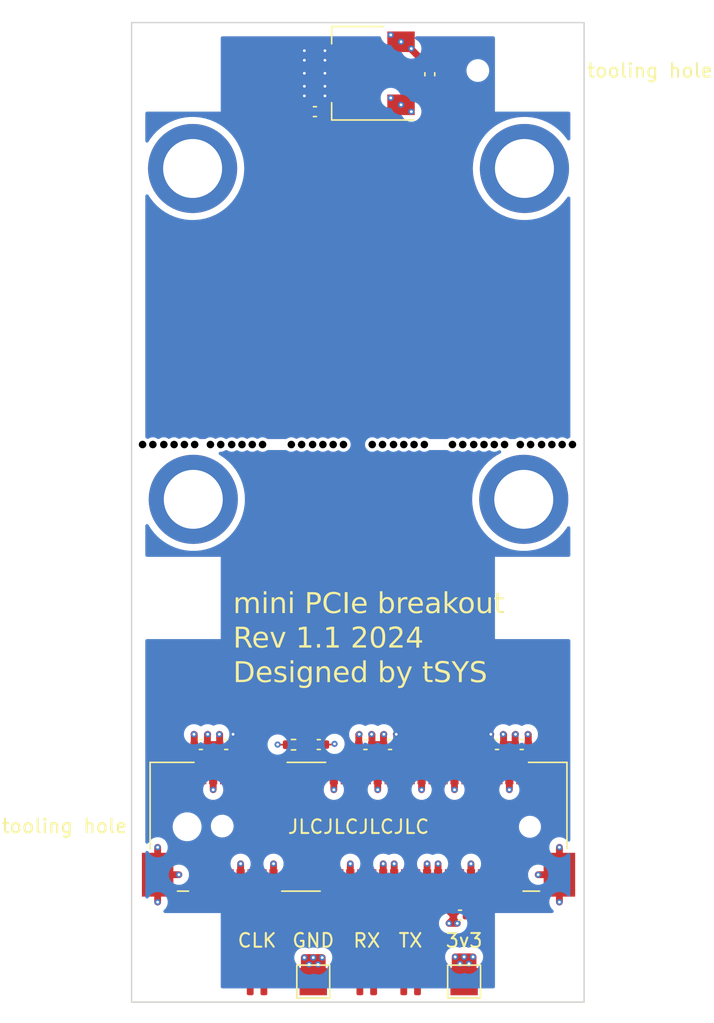
<source format=kicad_pcb>
(kicad_pcb (version 20221018) (generator pcbnew)
  (layers (0 "F.Cu" signal) (1 "In1.Cu" power) (2 "In2.Cu" power) (31 "B.Cu" signal) (34 "B.Paste" user) (35 "F.Paste" user) (36 "B.SilkS" user "B.Silkscreen") (37 "F.SilkS" user "F.Silkscreen") (38 "B.Mask" user) (39 "F.Mask" user) (44 "Edge.Cuts" user))
  (net 0 "")
  (net 1 "+3V3")
  (net 2 "GND")
  (net 3 "+1V5")
  (net 4 "Net-(J1-~{PERST})")
  (net 27 "/CLK-")
  (net 28 "/CLK+")
  (net 29 "/RX-")
  (net 30 "/RX+")
  (net 31 "/TX-")
  (net 32 "/TX+")
  (footprint "ToolingHole:MouseBites_JLCSMT" (layer "F.Cu") (at 51.175 58.8)
    (fp_text reference "REF**1" hide)
    (fp_text value "MouseBites_JLCSMT" hide)
    (pad "" np_thru_hole circle (at -1.925 0) (size 0.55 0.55) (drill 0.55) (layers "*.Mask"))
    (pad "" np_thru_hole circle (at -1.175 0) (size 0.55 0.55) (drill 0.55) (layers "*.Mask"))
    (pad "" np_thru_hole circle (at -0.375 0) (size 0.55 0.55) (drill 0.55) (layers "*.Mask"))
    (pad "" np_thru_hole circle (at 0.375 0) (size 0.55 0.55) (drill 0.55) (layers "*.Mask"))
    (pad "" np_thru_hole circle (at 1.125 0) (size 0.55 0.55) (drill 0.55) (layers "*.Mask"))
    (pad "" np_thru_hole circle (at 1.875 0) (size 0.55 0.55) (drill 0.55) (layers "*.Mask"))
  )
  (footprint "TestPoint:TestPoint_Pad_2.0x2.0mm" (layer "F.Cu") (at 56.75 98)
    (fp_text reference "TP2" hide)
    (fp_text value "GND")
    (fp_line (start -1.2 -1.2) (end 1.2 -1.2) (stroke (width 0.12)) (layer "F.SilkS"))
    (fp_line (start -1.2 1.2) (end -1.2 -1.2) (stroke (width 0.12)) (layer "F.SilkS"))
    (fp_line (start 1.2 -1.2) (end 1.2 1.2) (stroke (width 0.12)) (layer "F.SilkS"))
    (fp_line (start 1.2 1.2) (end -1.2 1.2) (stroke (width 0.12)) (layer "F.SilkS"))
    (pad "1" smd rect (at 0 0) (size 2 2) (layers "F.Cu" "F.Mask") (net 2 "GND"))
  )
  (footprint "ToolingHole:MouseBites_JLCSMT" (layer "F.Cu") (at 46.225 58.8)
    (fp_text reference "REF**" hide)
    (fp_text value "MouseBites_JLCSMT" hide)
    (pad "" np_thru_hole circle (at -1.925 0) (size 0.55 0.55) (drill 0.55) (layers "*.Mask"))
    (pad "" np_thru_hole circle (at -1.175 0) (size 0.55 0.55) (drill 0.55) (layers "*.Mask"))
    (pad "" np_thru_hole circle (at -0.375 0) (size 0.55 0.55) (drill 0.55) (layers "*.Mask"))
    (pad "" np_thru_hole circle (at 0.375 0) (size 0.55 0.55) (drill 0.55) (layers "*.Mask"))
    (pad "" np_thru_hole circle (at 1.125 0) (size 0.55 0.55) (drill 0.55) (layers "*.Mask"))
    (pad "" np_thru_hole circle (at 1.875 0) (size 0.55 0.55) (drill 0.55) (layers "*.Mask"))
  )
  (footprint "Connector_Pad:Pad_1x02" (layer "F.Cu") (at 52.65 98)
    (fp_text reference "J4" hide)
    (fp_text value "CLK")
    (pad "1" smd roundrect (at -0.5 0) (size 0.5 2) (layers "F.Cu" "F.Paste" "F.Mask") (net 27 "/CLK-"))
    (pad "2" smd roundrect (at 0.5 0) (size 0.5 2) (layers "F.Cu" "F.Paste" "F.Mask") (net 28 "/CLK+"))
  )
  (footprint "ToolingHole:MouseBites_JLCSMT" (layer "F.Cu") (at 62.975 58.8)
    (fp_text reference "REF**3" hide)
    (fp_text value "MouseBites_JLCSMT" hide)
    (pad "" np_thru_hole circle (at -1.925 0) (size 0.55 0.55) (drill 0.55) (layers "*.Mask"))
    (pad "" np_thru_hole circle (at -1.175 0) (size 0.55 0.55) (drill 0.55) (layers "*.Mask"))
    (pad "" np_thru_hole circle (at -0.375 0) (size 0.55 0.55) (drill 0.55) (layers "*.Mask"))
    (pad "" np_thru_hole circle (at 0.375 0) (size 0.55 0.55) (drill 0.55) (layers "*.Mask"))
    (pad "" np_thru_hole circle (at 1.125 0) (size 0.55 0.55) (drill 0.55) (layers "*.Mask"))
    (pad "" np_thru_hole circle (at 1.875 0) (size 0.55 0.55) (drill 0.55) (layers "*.Mask"))
  )
  (footprint "Capacitor_SMD:C_0402_1005Metric" (layer "F.Cu") (at 48.55 80.7)
    (fp_text reference "C5" hide)
    (fp_text value "10uF")
    (fp_line (start -0.107836 -0.36) (end 0.107836 -0.36) (stroke (width 0.12)) (layer "F.SilkS"))
    (fp_line (start -0.107836 0.36) (end 0.107836 0.36) (stroke (width 0.12)) (layer "F.SilkS"))
    (pad "1" smd roundrect (at -0.48 0) (size 0.56 0.62) (layers "F.Cu" "F.Paste" "F.Mask") (net 1 "+3V3"))
    (pad "2" smd roundrect (at 0.48 0) (size 0.56 0.62) (layers "F.Cu" "F.Paste" "F.Mask") (net 2 "GND"))
  )
  (footprint "MountingHole:MountingHole_3.2mm_M3" (layer "F.Cu") (at 73 70)
    (fp_text reference "H12" hide)
    (fp_text value "M3")
    (pad "" np_thru_hole circle (at 0 0) (size 3.2 3.2) (drill 3.2) (layers "*.Cu" "*.Mask"))
  )
  (footprint "Connector_Pad:Pad_1x02" (layer "F.Cu") (at 63.85 98)
    (fp_text reference "J3" hide)
    (fp_text value "TX")
    (pad "1" smd roundrect (at -0.5 0) (size 0.5 2) (layers "F.Cu" "F.Paste" "F.Mask") (net 31 "/TX-"))
    (pad "2" smd roundrect (at 0.5 0) (size 0.5 2) (layers "F.Cu" "F.Paste" "F.Mask") (net 32 "/TX+"))
  )
  (footprint "MountingHole:MountingHole_3.2mm_M3" (layer "F.Cu") (at 47 31.5)
    (fp_text reference "H7" hide)
    (fp_text value "M3")
    (pad "" np_thru_hole circle (at 0 0) (size 3.2 3.2) (drill 3.2) (layers "*.Cu" "*.Mask"))
  )
  (footprint "MountingHole:MountingHole_3.2mm_M3" (layer "F.Cu") (at 47 96)
    (fp_text reference "H8" hide)
    (fp_text value "M3")
    (pad "" np_thru_hole circle (at 0 0) (size 3.2 3.2) (drill 3.2) (layers "*.Cu" "*.Mask"))
  )
  (footprint "ToolingHole:ToolingHole_JLCSMT" (layer "F.Cu") (at 50.110141 86.65)
    (fp_text reference "H9" hide)
    (fp_text value "Tooling")
    (fp_text user "tooling hole" (at -11.510141 0) (layer "F.SilkS"))
    (pad "" np_thru_hole circle (at 0 0) (size 1.152 1.152) (drill 1.152) (layers "*.Cu" "*.Mask"))
  )
  (footprint "Capacitor_SMD:C_0402_1005Metric" (layer "F.Cu") (at 70.15 80.7)
    (fp_text reference "C2" hide)
    (fp_text value "10uF")
    (fp_line (start -0.107836 -0.36) (end 0.107836 -0.36) (stroke (width 0.12)) (layer "F.SilkS"))
    (fp_line (start -0.107836 0.36) (end 0.107836 0.36) (stroke (width 0.12)) (layer "F.SilkS"))
    (pad "1" smd roundrect (at -0.48 0) (size 0.56 0.62) (layers "F.Cu" "F.Paste" "F.Mask") (net 3 "+1V5"))
    (pad "2" smd roundrect (at 0.48 0) (size 0.56 0.62) (layers "F.Cu" "F.Paste" "F.Mask") (net 2 "GND"))
  )
  (footprint "ToolingHole:MouseBites_JLCSMT" (layer "F.Cu") (at 68.825 58.8)
    (fp_text reference "REF**4" hide)
    (fp_text value "MouseBites_JLCSMT" hide)
    (pad "" np_thru_hole circle (at -1.925 0) (size 0.55 0.55) (drill 0.55) (layers "*.Mask"))
    (pad "" np_thru_hole circle (at -1.175 0) (size 0.55 0.55) (drill 0.55) (layers "*.Mask"))
    (pad "" np_thru_hole circle (at -0.375 0) (size 0.55 0.55) (drill 0.55) (layers "*.Mask"))
    (pad "" np_thru_hole circle (at 0.375 0) (size 0.55 0.55) (drill 0.55) (layers "*.Mask"))
    (pad "" np_thru_hole circle (at 1.125 0) (size 0.55 0.55) (drill 0.55) (layers "*.Mask"))
    (pad "" np_thru_hole circle (at 1.875 0) (size 0.55 0.55) (drill 0.55) (layers "*.Mask"))
  )
  (footprint "Capacitor_SMD:C_0402_1005Metric" (layer "F.Cu") (at 65.25 31.77 -90)
    (fp_text reference "C8" hide)
    (fp_text value "10uF")
    (fp_line (start -0.107836 -0.36) (end 0.107836 -0.36) (stroke (width 0.12)) (layer "F.SilkS"))
    (fp_line (start -0.107836 0.36) (end 0.107836 0.36) (stroke (width 0.12)) (layer "F.SilkS"))
    (pad "1" smd roundrect (at -0.48 0 270) (size 0.56 0.62) (layers "F.Cu" "F.Paste" "F.Mask") (net 1 "+3V3"))
    (pad "2" smd roundrect (at 0.48 0 270) (size 0.56 0.62) (layers "F.Cu" "F.Paste" "F.Mask") (net 2 "GND"))
  )
  (footprint "ToolingHole:MouseBites_JLCSMT" (layer "F.Cu") (at 73.775 58.8)
    (fp_text reference "REF**5" hide)
    (fp_text value "MouseBites_JLCSMT" hide)
    (pad "" np_thru_hole circle (at -1.925 0) (size 0.55 0.55) (drill 0.55) (layers "*.Mask"))
    (pad "" np_thru_hole circle (at -1.175 0) (size 0.55 0.55) (drill 0.55) (layers "*.Mask"))
    (pad "" np_thru_hole circle (at -0.375 0) (size 0.55 0.55) (drill 0.55) (layers "*.Mask"))
    (pad "" np_thru_hole circle (at 0.375 0) (size 0.55 0.55) (drill 0.55) (layers "*.Mask"))
    (pad "" np_thru_hole circle (at 1.125 0) (size 0.55 0.55) (drill 0.55) (layers "*.Mask"))
    (pad "" np_thru_hole circle (at 1.875 0) (size 0.55 0.55) (drill 0.55) (layers "*.Mask"))
  )
  (footprint "MountingHole:MountingHole_3.2mm_M3" (layer "F.Cu") (at 47 70)
    (fp_text reference "H11" hide)
    (fp_text value "M3")
    (pad "" np_thru_hole circle (at 0 0) (size 3.2 3.2) (drill 3.2) (layers "*.Cu" "*.Mask"))
  )
  (footprint "ToolingHole:MouseBites_JLCSMT" (layer "F.Cu") (at 57.075 58.8)
    (fp_text reference "REF**2" hide)
    (fp_text value "MouseBites_JLCSMT" hide)
    (pad "" np_thru_hole circle (at -1.925 0) (size 0.55 0.55) (drill 0.55) (layers "*.Mask"))
    (pad "" np_thru_hole circle (at -1.175 0) (size 0.55 0.55) (drill 0.55) (layers "*.Mask"))
    (pad "" np_thru_hole circle (at -0.375 0) (size 0.55 0.55) (drill 0.55) (layers "*.Mask"))
    (pad "" np_thru_hole circle (at 0.375 0) (size 0.55 0.55) (drill 0.55) (layers "*.Mask"))
    (pad "" np_thru_hole circle (at 1.125 0) (size 0.55 0.55) (drill 0.55) (layers "*.Mask"))
    (pad "" np_thru_hole circle (at 1.875 0) (size 0.55 0.55) (drill 0.55) (layers "*.Mask"))
  )
  (footprint "Connector_PCBEdge:BUS_PCI_Express_Mini_Dual" (layer "F.Cu") (at 60.05 86.7)
    (fp_text reference "J1" hide)
    (fp_text value "miniPCIe")
    (fp_line (start -15.2 -4.7) (end -15.2 1.6) (stroke (width 0.12)) (layer "F.SilkS"))
    (fp_line (start -13.2 4.7) (end -12.4 4.7) (stroke (width 0.12)) (layer "F.SilkS"))
    (fp_line (start -12 -4.7) (end -15.2 -4.7) (stroke (width 0.12)) (layer "F.SilkS"))
    (fp_line (start -5.6 4.7) (end -2.8 4.7) (stroke (width 0.12)) (layer "F.SilkS"))
    (fp_line (start -5.2 -4.7) (end -2.4 -4.7) (stroke (width 0.12)) (layer "F.SilkS"))
    (fp_line (start 12 4.7) (end 13.2 4.7) (stroke (width 0.12)) (layer "F.SilkS"))
    (fp_line (start 12.4 -4.7) (end 15.2 -4.7) (stroke (width 0.12)) (layer "F.SilkS"))
    (fp_line (start 15.2 1.6) (end 15.2 -4.7) (stroke (width 0.12)) (layer "F.SilkS"))
    (pad "" np_thru_hole circle (at -12.5 0) (size 1.6 1.6) (drill 1.6) (layers "*.Cu" "*.Mask"))
    (pad "" np_thru_hole circle (at 12.5 0) (size 1.1 1.1) (drill 1.1) (layers "*.Cu" "*.Mask"))
    (pad "1" smd rect (at -11.8 4.1) (size 0.6 2) (layers "F.Cu" "F.Paste" "F.Mask"))
    (pad "2" smd rect (at -11.4 -4.1) (size 0.6 2) (layers "F.Cu" "F.Paste" "F.Mask") (net 1 "+3V3"))
    (pad "3" smd rect (at -11 4.1) (size 0.6 2) (layers "F.Cu" "F.Paste" "F.Mask"))
    (pad "4" smd rect (at -10.6 -4.1) (size 0.6 2) (layers "F.Cu" "F.Paste" "F.Mask") (net 2 "GND"))
    (pad "5" smd rect (at -10.2 4.1) (size 0.6 2) (layers "F.Cu" "F.Paste" "F.Mask"))
    (pad "6" smd rect (at -9.8 -4.1) (size 0.6 2) (layers "F.Cu" "F.Paste" "F.Mask") (net 3 "+1V5"))
    (pad "7" smd rect (at -9.4 4.1) (size 0.6 2) (layers "F.Cu" "F.Paste" "F.Mask"))
    (pad "8" smd rect (at -9 -4.1) (size 0.6 2) (layers "F.Cu" "F.Paste" "F.Mask"))
    (pad "9" smd rect (at -8.6 4.1) (size 0.6 2) (layers "F.Cu" "F.Paste" "F.Mask") (net 2 "GND"))
    (pad "10" smd rect (at -8.2 -4.1) (size 0.6 2) (layers "F.Cu" "F.Paste" "F.Mask"))
    (pad "11" smd rect (at -7.8 4.1) (size 0.6 2) (layers "F.Cu" "F.Paste" "F.Mask") (net 27 "/CLK-"))
    (pad "12" smd rect (at -7.4 -4.1) (size 0.6 2) (layers "F.Cu" "F.Paste" "F.Mask"))
    (pad "13" smd rect (at -7 4.1) (size 0.6 2) (layers "F.Cu" "F.Paste" "F.Mask") (net 28 "/CLK+"))
    (pad "14" smd rect (at -6.6 -4.1) (size 0.6 2) (layers "F.Cu" "F.Paste" "F.Mask"))
    (pad "15" smd rect (at -6.2 4.1) (size 0.6 2) (layers "F.Cu" "F.Paste" "F.Mask") (net 2 "GND"))
    (pad "16" smd rect (at -5.8 -4.1) (size 0.6 2) (layers "F.Cu" "F.Paste" "F.Mask"))
    (pad "17" smd rect (at -2.2 4.1) (size 0.6 2) (layers "F.Cu" "F.Paste" "F.Mask"))
    (pad "18" smd rect (at -1.8 -4.1) (size 0.6 2) (layers "F.Cu" "F.Paste" "F.Mask") (net 2 "GND"))
    (pad "19" smd rect (at -1.4 4.1) (size 0.6 2) (layers "F.Cu" "F.Paste" "F.Mask"))
    (pad "20" smd rect (at -1 -4.1) (size 0.6 2) (layers "F.Cu" "F.Paste" "F.Mask"))
    (pad "21" smd rect (at -0.6 4.1) (size 0.6 2) (layers "F.Cu" "F.Paste" "F.Mask") (net 2 "GND"))
    (pad "22" smd rect (at -0.2 -4.1) (size 0.6 2) (layers "F.Cu" "F.Paste" "F.Mask") (net 4 "Net-(J1-~{PERST})"))
    (pad "23" smd rect (at 0.2 4.1) (size 0.6 2) (layers "F.Cu" "F.Paste" "F.Mask") (net 29 "/RX-"))
    (pad "24" smd rect (at 0.6 -4.1) (size 0.6 2) (layers "F.Cu" "F.Paste" "F.Mask") (net 1 "+3V3"))
    (pad "25" smd rect (at 1 4.1) (size 0.6 2) (layers "F.Cu" "F.Paste" "F.Mask") (net 30 "/RX+"))
    (pad "26" smd rect (at 1.4 -4.1) (size 0.6 2) (layers "F.Cu" "F.Paste" "F.Mask") (net 2 "GND"))
    (pad "27" smd rect (at 1.8 4.1) (size 0.6 2) (layers "F.Cu" "F.Paste" "F.Mask") (net 2 "GND"))
    (pad "28" smd rect (at 2.2 -4.1) (size 0.6 2) (layers "F.Cu" "F.Paste" "F.Mask") (net 3 "+1V5"))
    (pad "29" smd rect (at 2.6 4.1) (size 0.6 2) (layers "F.Cu" "F.Paste" "F.Mask") (net 2 "GND"))
    (pad "30" smd rect (at 3 -4.1) (size 0.6 2) (layers "F.Cu" "F.Paste" "F.Mask"))
    (pad "31" smd rect (at 3.4 4.1) (size 0.6 2) (layers "F.Cu" "F.Paste" "F.Mask") (net 31 "/TX-"))
    (pad "32" smd rect (at 3.8 -4.1) (size 0.6 2) (layers "F.Cu" "F.Paste" "F.Mask"))
    (pad "33" smd rect (at 4.2 4.1) (size 0.6 2) (layers "F.Cu" "F.Paste" "F.Mask") (net 32 "/TX+"))
    (pad "34" smd rect (at 4.6 -4.1) (size 0.6 2) (layers "F.Cu" "F.Paste" "F.Mask") (net 2 "GND"))
    (pad "35" smd rect (at 5 4.1) (size 0.6 2) (layers "F.Cu" "F.Paste" "F.Mask") (net 2 "GND"))
    (pad "36" smd rect (at 5.4 -4.1) (size 0.6 2) (layers "F.Cu" "F.Paste" "F.Mask"))
    (pad "37" smd rect (at 5.8 4.1) (size 0.6 2) (layers "F.Cu" "F.Paste" "F.Mask") (net 2 "GND"))
    (pad "38" smd rect (at 6.2 -4.1) (size 0.6 2) (layers "F.Cu" "F.Paste" "F.Mask"))
    (pad "39" smd rect (at 6.6 4.1) (size 0.6 2) (layers "F.Cu" "F.Paste" "F.Mask") (net 1 "+3V3"))
    (pad "40" smd rect (at 7 -4.1) (size 0.6 2) (layers "F.Cu" "F.Paste" "F.Mask") (net 2 "GND"))
    (pad "41" smd rect (at 7.4 4.1) (size 0.6 2) (layers "F.Cu" "F.Paste" "F.Mask") (net 1 "+3V3"))
    (pad "42" smd rect (at 7.8 -4.1) (size 0.6 2) (layers "F.Cu" "F.Paste" "F.Mask"))
    (pad "43" smd rect (at 8.2 4.1) (size 0.6 2) (layers "F.Cu" "F.Paste" "F.Mask") (net 2 "GND"))
    (pad "44" smd rect (at 8.6 -4.1) (size 0.6 2) (layers "F.Cu" "F.Paste" "F.Mask"))
    (pad "45" smd rect (at 9 4.1) (size 0.6 2) (layers "F.Cu" "F.Paste" "F.Mask"))
    (pad "46" smd rect (at 9.4 -4.1) (size 0.6 2) (layers "F.Cu" "F.Paste" "F.Mask"))
    (pad "47" smd rect (at 9.8 4.1) (size 0.6 2) (layers "F.Cu" "F.Paste" "F.Mask"))
    (pad "48" smd rect (at 10.2 -4.1) (size 0.6 2) (layers "F.Cu" "F.Paste" "F.Mask") (net 3 "+1V5"))
    (pad "49" smd rect (at 10.6 4.1) (size 0.6 2) (layers "F.Cu" "F.Paste" "F.Mask"))
    (pad "50" smd rect (at 11 -4.1) (size 0.6 2) (layers "F.Cu" "F.Paste" "F.Mask") (net 2 "GND"))
    (pad "51" smd rect (at 11.4 4.1) (size 0.6 2) (layers "F.Cu" "F.Paste" "F.Mask"))
    (pad "52" smd rect (at 11.8 -4.1) (size 0.6 2) (layers "F.Cu" "F.Paste" "F.Mask") (net 1 "+3V3"))
    (pad "MP" smd rect (at -14.65 3.5) (size 2.3 3.2) (layers "F.Cu" "F.Paste" "F.Mask") (net 2 "GND"))
    (pad "MP" smd rect (at 14.65 3.5) (size 2.3 3.2) (layers "F.Cu" "F.Paste" "F.Mask") (net 2 "GND"))
  )
  (footprint "TestPoint:TestPoint_Pad_2.0x2.0mm" (layer "F.Cu") (at 67.75 98)
    (fp_text reference "TP1" hide)
    (fp_text value "3v3")
    (fp_line (start -1.2 -1.2) (end 1.2 -1.2) (stroke (width 0.12)) (layer "F.SilkS"))
    (fp_line (start -1.2 1.2) (end -1.2 -1.2) (stroke (width 0.12)) (layer "F.SilkS"))
    (fp_line (start 1.2 -1.2) (end 1.2 1.2) (stroke (width 0.12)) (layer "F.SilkS"))
    (fp_line (start 1.2 1.2) (end -1.2 1.2) (stroke (width 0.12)) (layer "F.SilkS"))
    (pad "1" smd rect (at 0 0) (size 2 2) (layers "F.Cu" "F.Mask") (net 1 "+3V3"))
  )
  (footprint "Capacitor_SMD:C_0402_1005Metric" (layer "F.Cu") (at 57.15 80.7)
    (fp_text reference "C10" hide)
    (fp_text value "100nF")
    (fp_line (start -0.107836 -0.36) (end 0.107836 -0.36) (stroke (width 0.12)) (layer "F.SilkS"))
    (fp_line (start -0.107836 0.36) (end 0.107836 0.36) (stroke (width 0.12)) (layer "F.SilkS"))
    (pad "1" smd roundrect (at -0.48 0) (size 0.56 0.62) (layers "F.Cu" "F.Paste" "F.Mask") (net 4 "Net-(J1-~{PERST})"))
    (pad "2" smd roundrect (at 0.48 0) (size 0.56 0.62) (layers "F.Cu" "F.Paste" "F.Mask") (net 2 "GND"))
  )
  (footprint "Resistor_SMD:R_0402_1005Metric" (layer "F.Cu") (at 55.31 80.71)
    (fp_text reference "R1" hide)
    (fp_text value "10k")
    (fp_line (start -0.153641 -0.38) (end 0.153641 -0.38) (stroke (width 0.12)) (layer "F.SilkS"))
    (fp_line (start -0.153641 0.38) (end 0.153641 0.38) (stroke (width 0.12)) (layer "F.SilkS"))
    (pad "1" smd roundrect (at -0.51 0) (size 0.54 0.64) (layers "F.Cu" "F.Paste" "F.Mask") (net 1 "+3V3"))
    (pad "2" smd roundrect (at 0.51 0) (size 0.54 0.64) (layers "F.Cu" "F.Paste" "F.Mask") (net 4 "Net-(J1-~{PERST})"))
  )
  (footprint "Package_TO_SOT_SMD:SOT-223-3_TabPin2" (layer "F.Cu") (at 60 31.7 180)
    (fp_text reference "U1" hide)
    (fp_text value "AMS1117-1.5")
    (fp_line (start -4.1 -3.41) (end 1.91 -3.41) (stroke (width 0.12)) (layer "F.SilkS"))
    (fp_line (start -1.85 3.41) (end 1.91 3.41) (stroke (width 0.12)) (layer "F.SilkS"))
    (fp_line (start 1.91 -3.41) (end 1.91 -2.15) (stroke (width 0.12)) (layer "F.SilkS"))
    (fp_line (start 1.91 3.41) (end 1.91 2.15) (stroke (width 0.12)) (layer "F.SilkS"))
    (pad "1" smd rect (at -3.15 -2.3 180) (size 2 1.5) (layers "F.Cu" "F.Paste" "F.Mask") (net 2 "GND"))
    (pad "2" smd rect (at -3.15 0 180) (size 2 1.5) (layers "F.Cu" "F.Paste" "F.Mask") (net 3 "+1V5"))
    (pad "2" smd rect (at 3.15 0 180) (size 2 3.8) (layers "F.Cu" "F.Paste" "F.Mask") (net 3 "+1V5"))
    (pad "3" smd rect (at -3.15 2.3 180) (size 2 1.5) (layers "F.Cu" "F.Paste" "F.Mask") (net 1 "+3V3"))
  )
  (footprint "Capacitor_SMD:C_0402_1005Metric" (layer "F.Cu") (at 60.55 80.7)
    (fp_text reference "C1" hide)
    (fp_text value "10uF")
    (fp_line (start -0.107836 -0.36) (end 0.107836 -0.36) (stroke (width 0.12)) (layer "F.SilkS"))
    (fp_line (start -0.107836 0.36) (end 0.107836 0.36) (stroke (width 0.12)) (layer "F.SilkS"))
    (pad "1" smd roundrect (at -0.48 0) (size 0.56 0.62) (layers "F.Cu" "F.Paste" "F.Mask") (net 1 "+3V3"))
    (pad "2" smd roundrect (at 0.48 0) (size 0.56 0.62) (layers "F.Cu" "F.Paste" "F.Mask") (net 2 "GND"))
  )
  (footprint "ToolingHole:ToolingHole_JLCSMT" (layer "F.Cu") (at 68.75 31.5)
    (fp_text reference "H10" hide)
    (fp_text value "Tooling")
    (fp_text user "tooling hole" (at 12.55 0) (layer "F.SilkS"))
    (pad "" np_thru_hole circle (at 0 0) (size 1.152 1.152) (drill 1.152) (layers "*.Cu" "*.Mask"))
  )
  (footprint "Capacitor_SMD:C_0402_1005Metric" (layer "F.Cu") (at 56.869999 34.5)
    (fp_text reference "C9" hide)
    (fp_text value "10uF")
    (fp_line (start -0.107836 -0.36) (end 0.107836 -0.36) (stroke (width 0.12)) (layer "F.SilkS"))
    (fp_line (start -0.107836 0.36) (end 0.107836 0.36) (stroke (width 0.12)) (layer "F.SilkS"))
    (pad "1" smd roundrect (at -0.48 0) (size 0.56 0.62) (layers "F.Cu" "F.Paste" "F.Mask") (net 3 "+1V5"))
    (pad "2" smd roundrect (at 0.48 0) (size 0.56 0.62) (layers "F.Cu" "F.Paste" "F.Mask") (net 2 "GND"))
  )
  (footprint "Capacitor_SMD:C_0402_1005Metric" (layer "F.Cu") (at 67.45 93.15)
    (fp_text reference "C4" hide)
    (fp_text value "10uF")
    (fp_line (start -0.107836 -0.36) (end 0.107836 -0.36) (stroke (width 0.12)) (layer "F.SilkS"))
    (fp_line (start -0.107836 0.36) (end 0.107836 0.36) (stroke (width 0.12)) (layer "F.SilkS"))
    (pad "1" smd roundrect (at -0.48 0) (size 0.56 0.62) (layers "F.Cu" "F.Paste" "F.Mask") (net 1 "+3V3"))
    (pad "2" smd roundrect (at 0.48 0) (size 0.56 0.62) (layers "F.Cu" "F.Paste" "F.Mask") (net 2 "GND"))
  )
  (footprint "MountingHole:MountingHole_3.2mm_M3" (layer "F.Cu") (at 73 31.5)
    (fp_text reference "H5" hide)
    (fp_text value "M3")
    (pad "" np_thru_hole circle (at 0 0) (size 3.2 3.2) (drill 3.2) (layers "*.Cu" "*.Mask"))
  )
  (footprint "Connector_Pad:Pad_1x02" (layer "F.Cu") (at 60.65 98)
    (fp_text reference "J2" hide)
    (fp_text value "RX")
    (pad "1" smd roundrect (at -0.5 0) (size 0.5 2) (layers "F.Cu" "F.Paste" "F.Mask") (net 29 "/RX-"))
    (pad "2" smd roundrect (at 0.5 0) (size 0.5 2) (layers "F.Cu" "F.Paste" "F.Mask") (net 30 "/RX+"))
  )
  (footprint "Capacitor_SMD:C_0402_1005Metric" (layer "F.Cu") (at 62.35 80.7 180)
    (fp_text reference "C6" hide)
    (fp_text value "10uF")
    (fp_line (start -0.107836 -0.36) (end 0.107836 -0.36) (stroke (width 0.12)) (layer "F.SilkS"))
    (fp_line (start -0.107836 0.36) (end 0.107836 0.36) (stroke (width 0.12)) (layer "F.SilkS"))
    (pad "1" smd roundrect (at -0.48 0 180) (size 0.56 0.62) (layers "F.Cu" "F.Paste" "F.Mask") (net 3 "+1V5"))
    (pad "2" smd roundrect (at 0.48 0 180) (size 0.56 0.62) (layers "F.Cu" "F.Paste" "F.Mask") (net 2 "GND"))
  )
  (footprint "Nut_Sinhoo:SMTSO25xx" (layer "F.Cu") (at 72.1 62.8)
    (fp_text reference "H3" hide)
    (fp_text value "DNP")
    (pad "1" thru_hole circle (at 0 0) (size 6.5 6.5) (drill 4.3) (layers "*.Cu" "*.Mask") (net 2 "GND"))
  )
  (footprint "Capacitor_SMD:C_0402_1005Metric" (layer "F.Cu") (at 71.95 80.7 180)
    (fp_text reference "C3" hide)
    (fp_text value "10uF")
    (fp_line (start -0.107836 -0.36) (end 0.107836 -0.36) (stroke (width 0.12)) (layer "F.SilkS"))
    (fp_line (start -0.107836 0.36) (end 0.107836 0.36) (stroke (width 0.12)) (layer "F.SilkS"))
    (pad "1" smd roundrect (at -0.48 0 180) (size 0.56 0.62) (layers "F.Cu" "F.Paste" "F.Mask") (net 1 "+3V3"))
    (pad "2" smd roundrect (at 0.48 0 180) (size 0.56 0.62) (layers "F.Cu" "F.Paste" "F.Mask") (net 2 "GND"))
  )
  (footprint "Capacitor_SMD:C_0402_1005Metric" (layer "F.Cu") (at 50.4 80.7 180)
    (fp_text reference "C7" hide)
    (fp_text value "10uF")
    (fp_line (start -0.107836 -0.36) (end 0.107836 -0.36) (stroke (width 0.12)) (layer "F.SilkS"))
    (fp_line (start -0.107836 0.36) (end 0.107836 0.36) (stroke (width 0.12)) (layer "F.SilkS"))
    (pad "1" smd roundrect (at -0.48 0 180) (size 0.56 0.62) (layers "F.Cu" "F.Paste" "F.Mask") (net 3 "+1V5"))
    (pad "2" smd roundrect (at 0.48 0 180) (size 0.56 0.62) (layers "F.Cu" "F.Paste" "F.Mask") (net 2 "GND"))
  )
  (footprint "Nut_Sinhoo:SMTSO25xx" (layer "F.Cu") (at 48 62.8)
    (fp_text reference "H4" hide)
    (fp_text value "DNP")
    (pad "1" thru_hole circle (at 0 0) (size 6.5 6.5) (drill 4.3) (layers "*.Cu" "*.Mask") (net 2 "GND"))
  )
  (footprint "MountingHole:MountingHole_3.2mm_M3" (layer "F.Cu") (at 73 96)
    (fp_text reference "H6" hide)
    (fp_text value "M3")
    (pad "" np_thru_hole circle (at 0 0) (size 3.2 3.2) (drill 3.2) (layers "*.Cu" "*.Mask"))
  )
  (footprint "Nut_Sinhoo:SMTSO25xx" (layer "F.Cu") (at 47.95 38.65)
    (fp_text reference "H2" hide)
    (fp_text value "Standoff")
    (pad "1" thru_hole circle (at 0 0) (size 6.5 6.5) (drill 4.3) (layers "*.Cu" "*.Mask") (net 2 "GND"))
  )
  (footprint "Nut_Sinhoo:SMTSO25xx" (layer "F.Cu") (at 72.15 38.65)
    (fp_text reference "H1" hide)
    (fp_text value "Standoff")
    (pad "1" thru_hole circle (at 0 0) (size 6.5 6.5) (drill 4.3) (layers "*.Cu" "*.Mask") (net 2 "GND"))
  )
  (gr_line (start 76.5 28) (end 43.5 28) (stroke (width 0.1)) (layer "Edge.Cuts"))
  (gr_line (start 43.5 99.5) (end 76.5 99.5) (stroke (width 0.1)) (layer "Edge.Cuts"))
  (gr_line (start 76.5 99.5) (end 76.5 28) (stroke (width 0.1)) (layer "Edge.Cuts"))
  (gr_line (start 43.5 28) (end 43.5 99.5) (stroke (width 0.1)) (layer "Edge.Cuts"))
  (gr_text "TX" (at 63.842915 95) (layer "F.SilkS") (effects (font (size 1 1))))
  (gr_text "GND" (at 56.75 95) (layer "F.SilkS") (effects (font (size 1 1))))
  (gr_text "3v3" (at 67.75 95) (layer "F.SilkS") (effects (font (size 1 1))))
  (gr_text "CLK" (at 52.65 95) (layer "F.SilkS") (effects (font (size 1 1))))
  (gr_text "JLCJLCJLCJLC" (at 60.05 86.7) (layer "F.SilkS") (effects (font (size 1 1))))
  (gr_text "RX" (at 60.65 95.007085) (layer "F.SilkS") (effects (font (size 1 1))))
  (gr_text "mini PCIe breakout\nRev 1.1 2024\nDesigned by tSYS" (at 50.9 73) (layer "F.SilkS") (effects (font (size 1.5 1.5) (thickness 0.2)) (justify left)))
  (segment (start 67.45 96.7) (end 67.45 97.5) (width 0.5) (layer "F.Cu") (net 1))
  (segment (start 72.43 79.98) (end 72.4 79.95) (width 0.5) (layer "F.Cu") (net 1))
  (segment (start 67.75 96.2) (end 68.1 96.2) (width 0.5) (layer "F.Cu") (net 1))
  (segment (start 68.4 96.2) (end 68.4 97.55) (width 0.5) (layer "F.Cu") (net 1))
  (segment (start 48.65 82.6) (end 48.65 81.4) (width 0.5) (layer "F.Cu") (net 1))
  (segment (start 67.25 93.75) (end 66.65 93.75) (width 0.5) (layer "F.Cu") (net 1))
  (segment (start 60.07 80.7) (end 60.07 79.98) (width 0.5) (layer "F.Cu") (net 1))
  (segment (start 48.07 79.97) (end 48.05 79.95) (width 0.5) (layer "F.Cu") (net 1))
  (segment (start 68.1 96.2) (end 68.4 96.2) (width 0.5) (layer "F.Cu") (net 1))
  (segment (start 60.65 82.6) (end 60.65 81.4) (width 0.5) (layer "F.Cu") (net 1))
  (segment (start 67.75 97.95) (end 67.75 96.2) (width 0.5) (layer "F.Cu") (net 1))
  (segment (start 67.45 92.55) (end 67.25 92.75) (width 0.5) (layer "F.Cu") (net 1))
  (segment (start 66.97 93.15) (end 66.97 93.47) (width 0.5) (layer "F.Cu") (net 1))
  (segment (start 66.97 93.43) (end 66.65 93.75) (width 0.5) (layer "F.Cu") (net 1))
  (segment (start 48.07 80.7) (end 48.07 79.97) (width 0.5) (layer "F.Cu") (net 1))
  (segment (start 68.1 96.7) (end 68.1 98.05) (width 0.5) (layer "F.Cu") (net 1))
  (segment (start 67.45 96.2) (end 67.45 96.7) (width 0.5) (layer "F.Cu") (net 1))
  (segment (start 66.97 93.15) (end 66.97 93.43) (width 0.5) (layer "F.Cu") (net 1))
  (segment (start 63.35 29.4) (end 63.15 29.4) (width 0.5) (layer "F.Cu") (net 1))
  (segment (start 63.6 29.65) (end 63.35 29.4) (width 0.5) (layer "F.Cu") (net 1))
  (segment (start 72.43 80.7) (end 72.43 79.98) (width 0.5) (layer "F.Cu") (net 1))
  (segment (start 60.07 79.98) (end 60.1 79.95) (width 0.5) (layer "F.Cu") (net 1))
  (segment (start 66.97 93.47) (end 67.25 93.75) (width 0.5) (layer "F.Cu") (net 1))
  (segment (start 67.75 97.95) (end 67.75 97.9) (width 0.5) (layer "F.Cu") (net 1))
  (segment (start 67.45 96.2) (end 67.1 96.2) (width 0.5) (layer "F.Cu") (net 1))
  (segment (start 66.97 93.13) (end 67.25 92.85) (width 0.5) (layer "F.Cu") (net 1))
  (segment (start 60.05 80.8) (end 60.05 80.7) (width 0.5) (layer "F.Cu") (net 1))
  (segment (start 66.97 93.15) (end 66.97 93.13) (width 0.5) (layer "F.Cu") (net 1))
  (segment (start 67.25 92.75) (end 67.25 92.85) (width 0.5) (layer "F.Cu") (net 1))
  (segment (start 67.75 97.9) (end 67.75 97.85) (width 0.5) (layer "F.Cu") (net 1))
  (segment (start 68.1 96.2) (end 68.1 96.7) (width 0.5) (layer "F.Cu") (net 1))
  (segment (start 67.1 96.2) (end 67.1 97.75) (width 0.5) (layer "F.Cu") (net 1))
  (segment (start 48.05 80.8) (end 48.05 80.7) (width 0.5) (layer "F.Cu") (net 1))
  (segment (start 48.65 81.4) (end 48.05 80.8) (width 0.5) (layer "F.Cu") (net 1))
  (segment (start 54.8 80.71) (end 54.16 80.71) (width 0.127) (layer "F.Cu") (net 1))
  (segment (start 60.65 81.4) (end 60.05 80.8) (width 0.5) (layer "F.Cu") (net 1))
  (segment (start 67.75 96.2) (end 67.45 96.2) (width 0.5) (layer "F.Cu") (net 1))
  (segment (start 65.24 31.29) (end 63.6 29.65) (width 0.5) (layer "F.Cu") (net 1))
  (segment (start 66.65 92.85) (end 66.95 93.15) (width 0.5) (layer "F.Cu") (net 1))
  (segment (start 71.85 81.4) (end 72.45 80.8) (width 0.5) (layer "F.Cu") (net 1))
  (segment (start 71.85 82.6) (end 71.85 81.4) (width 0.5) (layer "F.Cu") (net 1))
  (segment (start 54.16 80.71) (end 54.15 80.7) (width 0.127) (layer "F.Cu") (net 1))
  (segment (start 65.25 31.29) (end 65.24 31.29) (width 0.5) (layer "F.Cu") (net 1))
  (segment (start 67.45 90.8) (end 67.45 92.55) (width 0.5) (layer "F.Cu") (net 1))
  (segment (start 72.45 80.8) (end 72.45 80.7) (width 0.5) (layer "F.Cu") (net 1))
  (segment (start 66.65 90.8) (end 66.65 92.85) (width 0.5) (layer "F.Cu") (net 1))
  (via (at 63.9 29.9) (size 0.45) (drill 0.2) (layers "F.Cu" "B.Cu") (net 1))
  (via (at 54.15 80.7) (size 0.45) (drill 0.2) (layers "F.Cu" "B.Cu") (net 1))
  (via (at 63.15 29.4) (size 0.45) (drill 0.2) (layers "F.Cu" "B.Cu") (net 1))
  (via (at 67.45 96.7) (size 0.45) (drill 0.2) (layers "F.Cu" "B.Cu") (net 1))
  (via (at 67.75 96.2) (size 0.45) (drill 0.2) (layers "F.Cu" "B.Cu") (net 1))
  (via (at 68.4 96.2) (size 0.45) (drill 0.2) (layers "F.Cu" "B.Cu") (net 1))
  (via (at 66.65 93.75) (size 0.45) (drill 0.2) (layers "F.Cu" "B.Cu") (net 1))
  (via (at 72.4 79.95) (size 0.45) (drill 0.2) (layers "F.Cu" "B.Cu") (net 1))
  (via (at 67.1 96.2) (size 0.45) (drill 0.2) (layers "F.Cu" "B.Cu") (net 1))
  (via (at 67.25 93.75) (size 0.45) (drill 0.2) (layers "F.Cu" "B.Cu") (net 1))
  (via (at 68.1 96.7) (size 0.45) (drill 0.2) (layers "F.Cu" "B.Cu") (net 1))
  (via (at 48.05 79.95) (size 0.45) (drill 0.2) (layers "F.Cu" "B.Cu") (net 1))
  (via (at 62.4 28.9) (size 0.45) (drill 0.2) (layers "F.Cu" "B.Cu") (net 1))
  (via (at 60.1 79.95) (size 0.45) (drill 0.2) (layers "F.Cu" "B.Cu") (net 1))
  (segment (start 45.4 90.2) (end 45.4 88.2) (width 0.5) (layer "F.Cu") (net 2))
  (segment (start 45.4 90.2) (end 46.95 90.2) (width 0.5) (layer "F.Cu") (net 2))
  (segment (start 45.4 90.2) (end 45.4 92.2) (width 0.5) (layer "F.Cu") (net 2))
  (segment (start 67.05 82.6) (end 67.05 84) (width 0.5) (layer "F.Cu") (net 2))
  (segment (start 70.63 79.98) (end 70.6 79.95) (width 0.5) (layer "F.Cu") (net 2))
  (segment (start 56.1 96.25) (end 56.1 97.8) (width 0.5) (layer "F.Cu") (net 2))
  (segment (start 49.45 82.6) (end 49.45 80.7) (width 0.5) (layer "F.Cu") (net 2))
  (segment (start 62.65 90.8) (end 62.65 89.4) (width 0.5) (layer "F.Cu") (net 2))
  (segment (start 61.03 80.7) (end 61.03 79.98) (width 0.5) (layer "F.Cu") (net 2))
  (segment (start 57.4 96.25) (end 57.4 97.6) (width 0.5) (layer "F.Cu") (net 2))
  (segment (start 53.85 90.8) (end 53.85 89.4) (width 0.5) (layer "F.Cu") (net 2))
  (segment (start 51.45 90.8) (end 51.45 89.4) (width 0.5) (layer "F.Cu") (net 2))
  (segment (start 49.03 80.7) (end 49.95 80.7) (width 0.5) (layer "F.Cu") (net 2))
  (segment (start 58.25 82.6) (end 58.25 84) (width 0.5) (layer "F.Cu") (net 2))
  (segment (start 56.45 96.25) (end 56.1 96.25) (width 0.5) (layer "F.Cu") (net 2))
  (segment (start 56.75 96.25) (end 57.1 96.25) (width 0.5) (layer "F.Cu") (net 2))
  (segment (start 68.25 90.8) (end 68.25 92.85) (width 0.5) (layer "F.Cu") (net 2))
  (segment (start 63.5 34) (end 63.15 34) (width 0.5) (layer "F.Cu") (net 2))
  (segment (start 63.15 34) (end 63.1 34) (width 0.5) (layer "F.Cu") (net 2))
  (segment (start 74.7 90.2) (end 73.15 90.2) (width 0.5) (layer "F.Cu") (net 2))
  (segment (start 58.25 80.7) (end 58.3 80.65) (width 0.127) (layer "F.Cu") (net 2))
  (segment (start 56.75 98) (end 56.75 96.25) (width 0.5) (layer "F.Cu") (net 2))
  (segment (start 56.75 96.25) (end 56.45 96.25) (width 0.5) (layer "F.Cu") (net 2))
  (segment (start 68.25 92.85) (end 67.95 93.15) (width 0.5) (layer "F.Cu") (net 2))
  (segment (start 49.92 79.97) (end 49.9 79.95) (width 0.5) (layer "F.Cu") (net 2))
  (segment (start 56.45 96.25) (end 56.45 96.75) (width 0.5) (layer "F.Cu") (net 2))
  (segment (start 74.7 90.2) (end 74.7 92.2) (width 0.5) (layer "F.Cu") (net 2))
  (segment (start 57.1 96.75) (end 57.1 98.1) (width 0.5) (layer "F.Cu") (net 2))
  (segment (start 61.87 79.98) (end 61.9 79.95) (width 0.5) (layer "F.Cu") (net 2))
  (segment (start 71.47 80.7) (end 71.47 79.98) (width 0.5) (layer "F.Cu") (net 2))
  (segment (start 65.05 90.8) (end 65.05 89.4) (width 0.5) (layer "F.Cu") (net 2))
  (segment (start 56.45 96.75) (end 56.45 97.55) (width 0.5) (layer "F.Cu") (net 2))
  (segment (start 64.65 82.6) (end 64.65 84) (width 0.5) (layer "F.Cu") (net 2))
  (segment (start 61.45 82.6) (end 61.45 84) (width 0.5) (layer "F.Cu") (net 2))
  (segment (start 71.05 82.6) (end 71.05 84) (width 0.5) (layer "F.Cu") (net 2))
  (segment (start 68.25 90.8) (end 68.25 89.4) (width 0.5) (layer "F.Cu") (net 2))
  (segment (start 62.6 34.5) (end 63.1 34) (width 0.5) (layer "F.Cu") (net 2))
  (segment (start 49.45 82.6) (end 49.45 84) (width 0.5) (layer "F.Cu") (net 2))
  (segment (start 71.05 82.6) (end 71.05 80.7) (width 0.5) (layer "F.Cu") (net 2))
  (segment (start 49.03 79.97) (end 49.05 79.95) (width 0.5) (layer "F.Cu") (net 2))
  (segment (start 70.63 80.7) (end 71.5 80.7) (width 0.5) (layer "F.Cu") (net 2))
  (segment (start 57.63 80.7) (end 58.25 80.7) (width 0.127) (layer "F.Cu") (net 2))
  (segment (start 49.92 80.7) (end 49.92 79.97) (width 0.5) (layer "F.Cu") (net 2))
  (segment (start 70.63 80.7) (end 70.63 79.98) (width 0.5) (layer "F.Cu") (net 2))
  (segment (start 74.7 90.2) (end 74.7 88.2) (width 0.5) (layer "F.Cu") (net 2))
  (segment (start 56.75 97.95) (end 56.75 97.9) (width 0.5) (layer "F.Cu") (net 2))
  (segment (start 65.85 90.8) (end 65.85 89.4) (width 0.5) (layer "F.Cu") (net 2))
  (segment (start 56.75 98) (end 56.75 97.95) (width 0.5) (layer "F.Cu") (net 2))
  (segment (start 57.1 96.25) (end 57.4 96.25) (width 0.5) (layer "F.Cu") (net 2))
  (segment (start 57.349999 34.5) (end 62.6 34.5) (width 0.5) (layer "F.Cu") (net 2))
  (segment (start 65.25 32.25) (end 63.5 34) (width 0.5) (layer "F.Cu") (net 2))
  (segment (start 61.03 79.98) (end 61 79.95) (width 0.5) (layer "F.Cu") (net 2))
  (segment (start 57.1 96.25) (end 57.1 96.75) (width 0.5) (layer "F.Cu") (net 2))
  (segment (start 61.85 90.8) (end 61.85 89.4) (width 0.5) (layer "F.Cu") (net 2))
  (segment (start 61.87 80.7) (end 61.87 79.98) (width 0.5) (layer "F.Cu") (net 2))
  (segment (start 59.45 90.8) (end 59.45 89.4) (width 0.5) (layer "F.Cu") (net 2))
  (segment (start 61.03 80.7) (end 61.85 80.7) (width 0.5) (layer "F.Cu") (net 2))
  (segment (start 61.45 82.6) (end 61.45 80.7) (width 0.5) (layer "F.Cu") (net 2))
  (segment (start 49.03 80.7) (end 49.03 79.97) (width 0.5) (layer "F.Cu") (net 2))
  (segment (start 71.47 79.98) (end 71.5 79.95) (width 0.5) (layer "F.Cu") (net 2))
  (via (at 70.6 79.95) (size 0.45) (drill 0.2) (layers "F.Cu" "B.Cu") (net 2))
  (via (at 49.9 79.95) (size 0.45) (drill 0.2) (layers "F.Cu" "B.Cu") (net 2))
  (via (at 45.4 88.2) (size 0.45) (drill 0.2) (layers "F.Cu" "B.Cu") (net 2))
  (via (at 63.15 34) (size 0.45) (drill 0.2) (layers "F.Cu" "B.Cu") (net 2))
  (via (at 62.65 89.4) (size 0.45) (drill 0.2) (layers "F.Cu" "B.Cu") (net 2))
  (via (at 65.05 89.4) (size 0.45) (drill 0.2) (layers "F.Cu" "B.Cu") (net 2))
  (via (at 63.9 34.5) (size 0.45) (drill 0.2) (layers "F.Cu" "B.Cu") (net 2))
  (via (at 57.1 96.75) (size 0.45) (drill 0.2) (layers "F.Cu" "B.Cu") (net 2))
  (via (at 45.4 92.2) (size 0.45) (drill 0.2) (layers "F.Cu" "B.Cu") (net 2))
  (via (at 62.4 33.5) (size 0.45) (drill 0.2) (layers "F.Cu" "B.Cu") (net 2))
  (via (at 56.45 96.75) (size 0.45) (drill 0.2) (layers "F.Cu" "B.Cu") (net 2))
  (via (at 64.65 84) (size 0.45) (drill 0.2) (layers "F.Cu" "B.Cu") (net 2))
  (via (at 58.3 80.65) (size 0.45) (drill 0.2) (layers "F.Cu" "B.Cu") (net 2))
  (via (at 49.45 84) (size 0.45) (drill 0.2) (layers "F.Cu" "B.Cu") (net 2))
  (via (at 51.45 89.4) (size 0.45) (drill 0.2) (layers "F.Cu" "B.Cu") (net 2))
  (via (at 68.25 89.4) (size 0.45) (drill 0.2) (layers "F.Cu" "B.Cu") (net 2))
  (via (at 56.1 96.25) (size 0.45) (drill 0.2) (layers "F.Cu" "B.Cu") (net 2))
  (via (at 71.5 79.95) (size 0.45) (drill 0.2) (layers "F.Cu" "B.Cu") (net 2))
  (via (at 56.75 96.25) (size 0.45) (drill 0.2) (layers "F.Cu" "B.Cu") (net 2))
  (via (at 59.45 89.4) (size 0.45) (drill 0.2) (layers "F.Cu" "B.Cu") (net 2))
  (via (at 57.4 96.25) (size 0.45) (drill 0.2) (layers "F.Cu" "B.Cu") (net 2))
  (via (at 53.85 89.4) (size 0.45) (drill 0.2) (layers "F.Cu" "B.Cu") (net 2))
  (via (at 65.85 89.4) (size 0.45) (drill 0.2) (layers "F.Cu" "B.Cu") (net 2))
  (via (at 71.05 84) (size 0.45) (drill 0.2) (layers "F.Cu" "B.Cu") (net 2))
  (via (at 61.9 79.95) (size 0.45) (drill 0.2) (layers "F.Cu" "B.Cu") (net 2))
  (via (at 49.05 79.95) (size 0.45) (drill 0.2) (layers "F.Cu" "B.Cu") (net 2))
  (via (at 61 79.95) (size 0.45) (drill 0.2) (layers "F.Cu" "B.Cu") (net 2))
  (via (at 74.7 88.2) (size 0.45) (drill 0.2) (layers "F.Cu" "B.Cu") (net 2))
  (via (at 67.05 84) (size 0.45) (drill 0.2) (layers "F.Cu" "B.Cu") (net 2))
  (via (at 74.7 92.2) (size 0.45) (drill 0.2) (layers "F.Cu" "B.Cu") (net 2))
  (via (at 58.25 84) (size 0.45) (drill 0.2) (layers "F.Cu" "B.Cu") (net 2))
  (via (at 46.95 90.2) (size 0.45) (drill 0.2) (layers "F.Cu" "B.Cu") (net 2))
  (via (at 73.15 90.2) (size 0.45) (drill 0.2) (layers "F.Cu" "B.Cu") (net 2))
  (via (at 61.45 84) (size 0.45) (drill 0.2) (layers "F.Cu" "B.Cu") (net 2))
  (via (at 61.85 89.4) (size 0.45) (drill 0.2) (layers "F.Cu" "B.Cu") (net 2))
  (segment (start 62.83 79.98) (end 62.8 79.95) (width 0.5) (layer "F.Cu") (net 3))
  (segment (start 50.88 80.7) (end 50.88 79.97) (width 0.5) (layer "F.Cu") (net 3))
  (segment (start 69.67 79.98) (end 69.7 79.95) (width 0.5) (layer "F.Cu") (net 3))
  (segment (start 50.88 80.7) (end 50.88 80.82) (width 0.5) (layer "F.Cu") (net 3))
  (segment (start 50.88 80.82) (end 50.25 81.45) (width 0.5) (layer "F.Cu") (net 3))
  (segment (start 70.25 81.4) (end 69.65 80.8) (width 0.5) (layer "F.Cu") (net 3))
  (segment (start 70.25 82.6) (end 70.25 81.4) (width 0.5) (layer "F.Cu") (net 3))
  (segment (start 63.15 31.7) (end 56.85 31.7) (width 1) (layer "F.Cu") (net 3))
  (segment (start 50.25 81.45) (end 50.25 82.6) (width 0.5) (layer "F.Cu") (net 3))
  (segment (start 69.67 80.7) (end 69.67 79.98) (width 0.5) (layer "F.Cu") (net 3))
  (segment (start 69.65 80.8) (end 69.65 80.7) (width 0.5) (layer "F.Cu") (net 3))
  (segment (start 62.8 80.85) (end 62.8 80.7) (width 0.5) (layer "F.Cu") (net 3))
  (segment (start 62.25 81.4) (end 62.8 80.85) (width 0.5) (layer "F.Cu") (net 3))
  (segment (start 56.389999 31.710001) (end 56.4 31.7) (width 0.5) (layer "F.Cu") (net 3))
  (segment (start 50.88 79.97) (end 50.9 79.95) (width 0.5) (layer "F.Cu") (net 3))
  (segment (start 62.83 80.7) (end 62.83 79.98) (width 0.5) (layer "F.Cu") (net 3))
  (segment (start 56.389999 34.5) (end 56.389999 31.710001) (width 0.5) (layer "F.Cu") (net 3))
  (segment (start 62.25 82.6) (end 62.25 81.4) (width 0.5) (layer "F.Cu") (net 3))
  (via (at 69.7 79.95) (size 0.45) (drill 0.2) (layers "F.Cu" "B.Cu") (net 3))
  (via (at 56.1 30.05) (size 0.45) (drill 0.2) (layers "F.Cu" "B.Cu") (net 3))
  (via (at 57.6 32.65) (size 0.45) (drill 0.2) (layers "F.Cu" "B.Cu") (net 3))
  (via (at 57.6 33.35) (size 0.45) (drill 0.2) (layers "F.Cu" "B.Cu") (net 3))
  (via (at 62.8 79.95) (size 0.45) (drill 0.2) (layers "F.Cu" "B.Cu") (net 3))
  (via (at 50.9 79.95) (size 0.45) (drill 0.2) (layers "F.Cu" "B.Cu") (net 3))
  (via (at 57.599999 31.7) (size 0.45) (drill 0.2) (layers "F.Cu" "B.Cu") (net 3))
  (via (at 56.1 30.75) (size 0.45) (drill 0.2) (layers "F.Cu" "B.Cu") (net 3))
  (via (at 56.099999 31.7) (size 0.45) (drill 0.2) (layers "F.Cu" "B.Cu") (net 3))
  (via (at 56.1 33.35) (size 0.45) (drill 0.2) (layers "F.Cu" "B.Cu") (net 3))
  (via (at 56.1 32.65) (size 0.45) (drill 0.2) (layers "F.Cu" "B.Cu") (net 3))
  (via (at 57.6 30.75) (size 0.45) (drill 0.2) (layers "F.Cu" "B.Cu") (net 3))
  (via (at 57.6 30.05) (size 0.45) (drill 0.2) (layers "F.Cu" "B.Cu") (net 3))
  (segment (start 59.15 84.9) (end 57.15 84.9) (width 0.127) (layer "F.Cu") (net 4))
  (segment (start 59.85 82.6) (end 59.85 84.2) (width 0.127) (layer "F.Cu") (net 4))
  (segment (start 57.15 84.9) (end 55.8 83.55) (width 0.127) (layer "F.Cu") (net 4))
  (segment (start 56.69 80.71) (end 56.7 80.7) (width 0.127) (layer "F.Cu") (net 4))
  (segment (start 55.82 80.71) (end 56.69 80.71) (width 0.127) (layer "F.Cu") (net 4))
  (segment (start 55.8 83.55) (end 55.8 80.7) (width 0.127) (layer "F.Cu") (net 4))
  (segment (start 59.85 84.2) (end 59.15 84.9) (width 0.127) (layer "F.Cu") (net 4))
  (segment (start 52.25 97.9) (end 52.2 97.95) (width 0.25) (layer "F.Cu") (net 27))
  (segment (start 52.25 90.8) (end 52.25 97.9) (width 0.3) (layer "F.Cu") (net 27))
  (segment (start 53.05 90.8) (end 53.05 98.05) (width 0.3) (layer "F.Cu") (net 28))
  (segment (start 60.25 97.9) (end 60.2 97.95) (width 0.25) (layer "F.Cu") (net 29))
  (segment (start 60.25 90.8) (end 60.25 97.9) (width 0.3) (layer "F.Cu") (net 29))
  (segment (start 61.05 90.8) (end 61.05 98) (width 0.3) (layer "F.Cu") (net 30))
  (segment (start 61.05 98) (end 61.1 98.05) (width 0.25) (layer "F.Cu") (net 30))
  (segment (start 63.45 90.8) (end 63.45 97.85) (width 0.3) (layer "F.Cu") (net 31))
  (segment (start 63.45 97.85) (end 63.35 97.95) (width 0.25) (layer "F.Cu") (net 31))
  (segment (start 64.25 90.8) (end 64.25 97.85) (width 0.3) (layer "F.Cu") (net 32))
  (segment (start 64.25 97.85) (end 64.3 97.9) (width 0.25) (layer "F.Cu") (net 32))
  (zone (net 0) (net_name "") (layers "F.Cu" "In1.Cu" "In2.Cu" "B.Cu") (connect_pads (clearance 0)) (min_thickness 0.254)
    (keepout (tracks allowed) (vias allowed) (pads allowed) (copperpour not_allowed) (footprints allowed))
    (fill (thermal_gap 0.508) (thermal_bridge_width 0.508))
    (polygon (pts (xy 50 99) (xy 44 99) (xy 44 93) (xy 50 93)))
  )
  (zone (net 0) (net_name "") (layers "F.Cu" "In1.Cu" "In2.Cu" "B.Cu") (connect_pads (clearance 0)) (min_thickness 0.25)
    (keepout (tracks allowed) (vias allowed) (pads allowed) (copperpour not_allowed) (footprints allowed))
    (fill (thermal_gap 0.5) (thermal_bridge_width 0.5))
    (polygon (pts (xy 43.5 58.4) (xy 53.4 58.4) (xy 53.4 59.2) (xy 43.5 59.2)))
  )
  (zone (net 0) (net_name "") (layers "F.Cu" "In1.Cu" "In2.Cu" "B.Cu") (connect_pads (clearance 0)) (min_thickness 0.254)
    (keepout (tracks allowed) (vias allowed) (pads allowed) (copperpour not_allowed) (footprints allowed))
    (fill (thermal_gap 0.508) (thermal_bridge_width 0.508))
    (polygon (pts (xy 76 73) (xy 70 73) (xy 70 67) (xy 76 67)))
  )
  (zone (net 0) (net_name "") (layers "F.Cu" "In1.Cu" "In2.Cu" "B.Cu") (connect_pads (clearance 0)) (min_thickness 0.254)
    (keepout (tracks allowed) (vias allowed) (pads allowed) (copperpour not_allowed) (footprints allowed))
    (fill (thermal_gap 0.508) (thermal_bridge_width 0.508))
    (polygon (pts (xy 76 34.5) (xy 70 34.5) (xy 70 28.5) (xy 76 28.5)))
  )
  (zone (net 0) (net_name "") (layers "F.Cu" "In1.Cu" "In2.Cu" "B.Cu") (connect_pads (clearance 0)) (min_thickness 0.254)
    (keepout (tracks allowed) (vias allowed) (pads allowed) (copperpour not_allowed) (footprints allowed))
    (fill (thermal_gap 0.508) (thermal_bridge_width 0.508))
    (polygon (pts (xy 50 34.5) (xy 44 34.5) (xy 44 28.5) (xy 50 28.5)))
  )
  (zone (net 0) (net_name "") (layers "F.Cu" "In1.Cu" "In2.Cu" "B.Cu") (connect_pads (clearance 0)) (min_thickness 0.25)
    (keepout (tracks allowed) (vias allowed) (pads allowed) (copperpour not_allowed) (footprints allowed))
    (fill (thermal_gap 0.5) (thermal_bridge_width 0.5))
    (polygon (pts (xy 76.8 59.2) (xy 66.500001 59.199999) (xy 66.499999 58.4) (xy 76.8 58.4)))
  )
  (zone (net 0) (net_name "") (layers "F.Cu" "In1.Cu" "In2.Cu" "B.Cu") (connect_pads (clearance 0)) (min_thickness 0.254)
    (keepout (tracks allowed) (vias allowed) (pads allowed) (copperpour not_allowed) (footprints allowed))
    (fill (thermal_gap 0.508) (thermal_bridge_width 0.508))
    (polygon (pts (xy 50 73) (xy 44 73) (xy 44 67) (xy 50 67)))
  )
  (zone (net 0) (net_name "") (layers "F.Cu" "In1.Cu" "In2.Cu" "B.Cu") (connect_pads (clearance 0)) (min_thickness 0.254)
    (keepout (tracks allowed) (vias allowed) (pads allowed) (copperpour not_allowed) (footprints allowed))
    (fill (thermal_gap 0.508) (thermal_bridge_width 0.508))
    (polygon (pts (xy 76 99) (xy 70 99) (xy 70 93) (xy 76 93)))
  )
  (zone (net 0) (net_name "") (layers "F.Cu" "In1.Cu" "B.Cu") (connect_pads (clearance 0)) (min_thickness 0.25)
    (keepout (tracks allowed) (vias allowed) (pads allowed) (copperpour not_allowed) (footprints allowed))
    (fill (thermal_gap 0.5) (thermal_bridge_width 0.5))
    (polygon (pts (xy 65.2 59.2) (xy 66.5 59.2) (xy 66.5 58.4) (xy 65.2 58.4)))
  )
  (zone (net 0) (net_name "") (layers "F.Cu" "In2.Cu" "B.Cu") (connect_pads (clearance 0)) (min_thickness 0.25)
    (keepout (tracks allowed) (vias allowed) (pads allowed) (copperpour not_allowed) (footprints allowed))
    (fill (thermal_gap 0.5) (thermal_bridge_width 0.5))
    (polygon (pts (xy 53.4 59.2) (xy 54.8 59.2) (xy 54.8 58.4) (xy 53.4 58.4)))
  )
  (zone (net 3) (net_name "+1V5") (layer "B.Cu") (connect_pads (clearance 0.508)) (min_thickness 0.254) (fill yes (thermal_gap 0.508) (thermal_bridge_width 0.508))
    (polygon (pts (xy 78 101) (xy 42 101) (xy 42 27) (xy 78 27)))
  )
)
</source>
